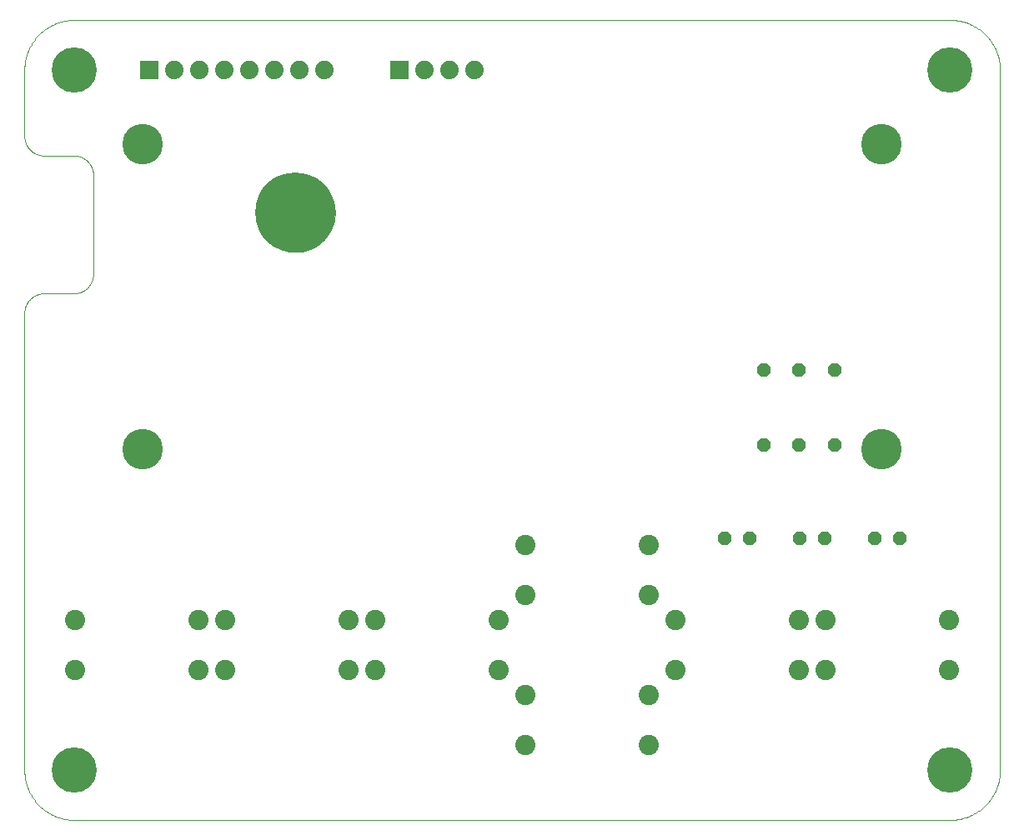
<source format=gts>
G75*
%MOIN*%
%OFA0B0*%
%FSLAX25Y25*%
%IPPOS*%
%LPD*%
%AMOC8*
5,1,8,0,0,1.08239X$1,22.5*
%
%ADD10C,0.00000*%
%ADD11C,0.16211*%
%ADD12C,0.31896*%
%ADD13C,0.08077*%
%ADD14R,0.07400X0.07400*%
%ADD15C,0.07400*%
%ADD16C,0.18117*%
%ADD17OC8,0.05600*%
D10*
X0063342Y0020985D02*
X0063342Y0204056D01*
X0063344Y0204246D01*
X0063351Y0204436D01*
X0063363Y0204626D01*
X0063379Y0204816D01*
X0063399Y0205005D01*
X0063425Y0205194D01*
X0063454Y0205382D01*
X0063489Y0205569D01*
X0063528Y0205755D01*
X0063571Y0205940D01*
X0063619Y0206125D01*
X0063671Y0206308D01*
X0063727Y0206489D01*
X0063788Y0206669D01*
X0063854Y0206848D01*
X0063923Y0207025D01*
X0063997Y0207201D01*
X0064075Y0207374D01*
X0064158Y0207546D01*
X0064244Y0207715D01*
X0064334Y0207883D01*
X0064429Y0208048D01*
X0064527Y0208211D01*
X0064630Y0208371D01*
X0064736Y0208529D01*
X0064846Y0208684D01*
X0064959Y0208837D01*
X0065077Y0208987D01*
X0065198Y0209133D01*
X0065322Y0209277D01*
X0065450Y0209418D01*
X0065581Y0209556D01*
X0065716Y0209691D01*
X0065854Y0209822D01*
X0065995Y0209950D01*
X0066139Y0210074D01*
X0066285Y0210195D01*
X0066435Y0210313D01*
X0066588Y0210426D01*
X0066743Y0210536D01*
X0066901Y0210642D01*
X0067061Y0210745D01*
X0067224Y0210843D01*
X0067389Y0210938D01*
X0067557Y0211028D01*
X0067726Y0211114D01*
X0067898Y0211197D01*
X0068071Y0211275D01*
X0068247Y0211349D01*
X0068424Y0211418D01*
X0068603Y0211484D01*
X0068783Y0211545D01*
X0068964Y0211601D01*
X0069147Y0211653D01*
X0069332Y0211701D01*
X0069517Y0211744D01*
X0069703Y0211783D01*
X0069890Y0211818D01*
X0070078Y0211847D01*
X0070267Y0211873D01*
X0070456Y0211893D01*
X0070646Y0211909D01*
X0070836Y0211921D01*
X0071026Y0211928D01*
X0071216Y0211930D01*
X0083027Y0211930D01*
X0083217Y0211932D01*
X0083407Y0211939D01*
X0083597Y0211951D01*
X0083787Y0211967D01*
X0083976Y0211987D01*
X0084165Y0212013D01*
X0084353Y0212042D01*
X0084540Y0212077D01*
X0084726Y0212116D01*
X0084911Y0212159D01*
X0085096Y0212207D01*
X0085279Y0212259D01*
X0085460Y0212315D01*
X0085640Y0212376D01*
X0085819Y0212442D01*
X0085996Y0212511D01*
X0086172Y0212585D01*
X0086345Y0212663D01*
X0086517Y0212746D01*
X0086686Y0212832D01*
X0086854Y0212922D01*
X0087019Y0213017D01*
X0087182Y0213115D01*
X0087342Y0213218D01*
X0087500Y0213324D01*
X0087655Y0213434D01*
X0087808Y0213547D01*
X0087958Y0213665D01*
X0088104Y0213786D01*
X0088248Y0213910D01*
X0088389Y0214038D01*
X0088527Y0214169D01*
X0088662Y0214304D01*
X0088793Y0214442D01*
X0088921Y0214583D01*
X0089045Y0214727D01*
X0089166Y0214873D01*
X0089284Y0215023D01*
X0089397Y0215176D01*
X0089507Y0215331D01*
X0089613Y0215489D01*
X0089716Y0215649D01*
X0089814Y0215812D01*
X0089909Y0215977D01*
X0089999Y0216145D01*
X0090085Y0216314D01*
X0090168Y0216486D01*
X0090246Y0216659D01*
X0090320Y0216835D01*
X0090389Y0217012D01*
X0090455Y0217191D01*
X0090516Y0217371D01*
X0090572Y0217552D01*
X0090624Y0217735D01*
X0090672Y0217920D01*
X0090715Y0218105D01*
X0090754Y0218291D01*
X0090789Y0218478D01*
X0090818Y0218666D01*
X0090844Y0218855D01*
X0090864Y0219044D01*
X0090880Y0219234D01*
X0090892Y0219424D01*
X0090899Y0219614D01*
X0090901Y0219804D01*
X0090901Y0259174D01*
X0090899Y0259364D01*
X0090892Y0259554D01*
X0090880Y0259744D01*
X0090864Y0259934D01*
X0090844Y0260123D01*
X0090818Y0260312D01*
X0090789Y0260500D01*
X0090754Y0260687D01*
X0090715Y0260873D01*
X0090672Y0261058D01*
X0090624Y0261243D01*
X0090572Y0261426D01*
X0090516Y0261607D01*
X0090455Y0261787D01*
X0090389Y0261966D01*
X0090320Y0262143D01*
X0090246Y0262319D01*
X0090168Y0262492D01*
X0090085Y0262664D01*
X0089999Y0262833D01*
X0089909Y0263001D01*
X0089814Y0263166D01*
X0089716Y0263329D01*
X0089613Y0263489D01*
X0089507Y0263647D01*
X0089397Y0263802D01*
X0089284Y0263955D01*
X0089166Y0264105D01*
X0089045Y0264251D01*
X0088921Y0264395D01*
X0088793Y0264536D01*
X0088662Y0264674D01*
X0088527Y0264809D01*
X0088389Y0264940D01*
X0088248Y0265068D01*
X0088104Y0265192D01*
X0087958Y0265313D01*
X0087808Y0265431D01*
X0087655Y0265544D01*
X0087500Y0265654D01*
X0087342Y0265760D01*
X0087182Y0265863D01*
X0087019Y0265961D01*
X0086854Y0266056D01*
X0086686Y0266146D01*
X0086517Y0266232D01*
X0086345Y0266315D01*
X0086172Y0266393D01*
X0085996Y0266467D01*
X0085819Y0266536D01*
X0085640Y0266602D01*
X0085460Y0266663D01*
X0085279Y0266719D01*
X0085096Y0266771D01*
X0084911Y0266819D01*
X0084726Y0266862D01*
X0084540Y0266901D01*
X0084353Y0266936D01*
X0084165Y0266965D01*
X0083976Y0266991D01*
X0083787Y0267011D01*
X0083597Y0267027D01*
X0083407Y0267039D01*
X0083217Y0267046D01*
X0083027Y0267048D01*
X0071216Y0267048D01*
X0071026Y0267050D01*
X0070836Y0267057D01*
X0070646Y0267069D01*
X0070456Y0267085D01*
X0070267Y0267105D01*
X0070078Y0267131D01*
X0069890Y0267160D01*
X0069703Y0267195D01*
X0069517Y0267234D01*
X0069332Y0267277D01*
X0069147Y0267325D01*
X0068964Y0267377D01*
X0068783Y0267433D01*
X0068603Y0267494D01*
X0068424Y0267560D01*
X0068247Y0267629D01*
X0068071Y0267703D01*
X0067898Y0267781D01*
X0067726Y0267864D01*
X0067557Y0267950D01*
X0067389Y0268040D01*
X0067224Y0268135D01*
X0067061Y0268233D01*
X0066901Y0268336D01*
X0066743Y0268442D01*
X0066588Y0268552D01*
X0066435Y0268665D01*
X0066285Y0268783D01*
X0066139Y0268904D01*
X0065995Y0269028D01*
X0065854Y0269156D01*
X0065716Y0269287D01*
X0065581Y0269422D01*
X0065450Y0269560D01*
X0065322Y0269701D01*
X0065198Y0269845D01*
X0065077Y0269991D01*
X0064959Y0270141D01*
X0064846Y0270294D01*
X0064736Y0270449D01*
X0064630Y0270607D01*
X0064527Y0270767D01*
X0064429Y0270930D01*
X0064334Y0271095D01*
X0064244Y0271263D01*
X0064158Y0271432D01*
X0064075Y0271604D01*
X0063997Y0271777D01*
X0063923Y0271953D01*
X0063854Y0272130D01*
X0063788Y0272309D01*
X0063727Y0272489D01*
X0063671Y0272670D01*
X0063619Y0272853D01*
X0063571Y0273038D01*
X0063528Y0273223D01*
X0063489Y0273409D01*
X0063454Y0273596D01*
X0063425Y0273784D01*
X0063399Y0273973D01*
X0063379Y0274162D01*
X0063363Y0274352D01*
X0063351Y0274542D01*
X0063344Y0274732D01*
X0063342Y0274922D01*
X0063342Y0301300D01*
X0063348Y0301783D01*
X0063365Y0302266D01*
X0063395Y0302749D01*
X0063435Y0303230D01*
X0063488Y0303711D01*
X0063552Y0304190D01*
X0063627Y0304667D01*
X0063715Y0305143D01*
X0063813Y0305616D01*
X0063923Y0306086D01*
X0064044Y0306554D01*
X0064177Y0307019D01*
X0064321Y0307480D01*
X0064476Y0307938D01*
X0064642Y0308392D01*
X0064819Y0308842D01*
X0065006Y0309287D01*
X0065205Y0309728D01*
X0065413Y0310164D01*
X0065633Y0310594D01*
X0065863Y0311020D01*
X0066103Y0311439D01*
X0066353Y0311853D01*
X0066613Y0312260D01*
X0066882Y0312661D01*
X0067162Y0313056D01*
X0067450Y0313443D01*
X0067749Y0313824D01*
X0068056Y0314197D01*
X0068372Y0314562D01*
X0068697Y0314920D01*
X0069030Y0315270D01*
X0069372Y0315612D01*
X0069722Y0315945D01*
X0070080Y0316270D01*
X0070445Y0316586D01*
X0070818Y0316893D01*
X0071199Y0317192D01*
X0071586Y0317480D01*
X0071981Y0317760D01*
X0072382Y0318029D01*
X0072789Y0318289D01*
X0073203Y0318539D01*
X0073622Y0318779D01*
X0074048Y0319009D01*
X0074478Y0319229D01*
X0074914Y0319437D01*
X0075355Y0319636D01*
X0075800Y0319823D01*
X0076250Y0320000D01*
X0076704Y0320166D01*
X0077162Y0320321D01*
X0077623Y0320465D01*
X0078088Y0320598D01*
X0078556Y0320719D01*
X0079026Y0320829D01*
X0079499Y0320927D01*
X0079975Y0321015D01*
X0080452Y0321090D01*
X0080931Y0321154D01*
X0081412Y0321207D01*
X0081893Y0321247D01*
X0082376Y0321277D01*
X0082859Y0321294D01*
X0083342Y0321300D01*
X0433342Y0321300D01*
X0433825Y0321294D01*
X0434308Y0321277D01*
X0434791Y0321247D01*
X0435272Y0321207D01*
X0435753Y0321154D01*
X0436232Y0321090D01*
X0436709Y0321015D01*
X0437185Y0320927D01*
X0437658Y0320829D01*
X0438128Y0320719D01*
X0438596Y0320598D01*
X0439061Y0320465D01*
X0439522Y0320321D01*
X0439980Y0320166D01*
X0440434Y0320000D01*
X0440884Y0319823D01*
X0441329Y0319636D01*
X0441770Y0319437D01*
X0442206Y0319229D01*
X0442636Y0319009D01*
X0443062Y0318779D01*
X0443481Y0318539D01*
X0443895Y0318289D01*
X0444302Y0318029D01*
X0444703Y0317760D01*
X0445098Y0317480D01*
X0445485Y0317192D01*
X0445866Y0316893D01*
X0446239Y0316586D01*
X0446604Y0316270D01*
X0446962Y0315945D01*
X0447312Y0315612D01*
X0447654Y0315270D01*
X0447987Y0314920D01*
X0448312Y0314562D01*
X0448628Y0314197D01*
X0448935Y0313824D01*
X0449234Y0313443D01*
X0449522Y0313056D01*
X0449802Y0312661D01*
X0450071Y0312260D01*
X0450331Y0311853D01*
X0450581Y0311439D01*
X0450821Y0311020D01*
X0451051Y0310594D01*
X0451271Y0310164D01*
X0451479Y0309728D01*
X0451678Y0309287D01*
X0451865Y0308842D01*
X0452042Y0308392D01*
X0452208Y0307938D01*
X0452363Y0307480D01*
X0452507Y0307019D01*
X0452640Y0306554D01*
X0452761Y0306086D01*
X0452871Y0305616D01*
X0452969Y0305143D01*
X0453057Y0304667D01*
X0453132Y0304190D01*
X0453196Y0303711D01*
X0453249Y0303230D01*
X0453289Y0302749D01*
X0453319Y0302266D01*
X0453336Y0301783D01*
X0453342Y0301300D01*
X0453342Y0021300D01*
X0453336Y0020817D01*
X0453319Y0020334D01*
X0453289Y0019851D01*
X0453249Y0019370D01*
X0453196Y0018889D01*
X0453132Y0018410D01*
X0453057Y0017933D01*
X0452969Y0017457D01*
X0452871Y0016984D01*
X0452761Y0016514D01*
X0452640Y0016046D01*
X0452507Y0015581D01*
X0452363Y0015120D01*
X0452208Y0014662D01*
X0452042Y0014208D01*
X0451865Y0013758D01*
X0451678Y0013313D01*
X0451479Y0012872D01*
X0451271Y0012436D01*
X0451051Y0012006D01*
X0450821Y0011580D01*
X0450581Y0011161D01*
X0450331Y0010747D01*
X0450071Y0010340D01*
X0449802Y0009939D01*
X0449522Y0009544D01*
X0449234Y0009157D01*
X0448935Y0008776D01*
X0448628Y0008403D01*
X0448312Y0008038D01*
X0447987Y0007680D01*
X0447654Y0007330D01*
X0447312Y0006988D01*
X0446962Y0006655D01*
X0446604Y0006330D01*
X0446239Y0006014D01*
X0445866Y0005707D01*
X0445485Y0005408D01*
X0445098Y0005120D01*
X0444703Y0004840D01*
X0444302Y0004571D01*
X0443895Y0004311D01*
X0443481Y0004061D01*
X0443062Y0003821D01*
X0442636Y0003591D01*
X0442206Y0003371D01*
X0441770Y0003163D01*
X0441329Y0002964D01*
X0440884Y0002777D01*
X0440434Y0002600D01*
X0439980Y0002434D01*
X0439522Y0002279D01*
X0439061Y0002135D01*
X0438596Y0002002D01*
X0438128Y0001881D01*
X0437658Y0001771D01*
X0437185Y0001673D01*
X0436709Y0001585D01*
X0436232Y0001510D01*
X0435753Y0001446D01*
X0435272Y0001393D01*
X0434791Y0001353D01*
X0434308Y0001323D01*
X0433825Y0001306D01*
X0433342Y0001300D01*
X0083342Y0001300D01*
X0082859Y0001306D01*
X0082376Y0001323D01*
X0081893Y0001353D01*
X0081412Y0001393D01*
X0080931Y0001446D01*
X0080452Y0001510D01*
X0079975Y0001585D01*
X0079499Y0001673D01*
X0079026Y0001771D01*
X0078556Y0001881D01*
X0078088Y0002002D01*
X0077623Y0002135D01*
X0077162Y0002279D01*
X0076704Y0002434D01*
X0076250Y0002600D01*
X0075800Y0002777D01*
X0075355Y0002964D01*
X0074914Y0003163D01*
X0074478Y0003371D01*
X0074048Y0003591D01*
X0073622Y0003821D01*
X0073203Y0004061D01*
X0072789Y0004311D01*
X0072382Y0004571D01*
X0071981Y0004840D01*
X0071586Y0005120D01*
X0071199Y0005408D01*
X0070818Y0005707D01*
X0070445Y0006014D01*
X0070080Y0006330D01*
X0069722Y0006655D01*
X0069372Y0006988D01*
X0069030Y0007330D01*
X0068697Y0007680D01*
X0068372Y0008038D01*
X0068056Y0008403D01*
X0067749Y0008776D01*
X0067450Y0009157D01*
X0067162Y0009544D01*
X0066882Y0009939D01*
X0066613Y0010340D01*
X0066353Y0010747D01*
X0066103Y0011161D01*
X0065863Y0011580D01*
X0065633Y0012006D01*
X0065413Y0012436D01*
X0065205Y0012872D01*
X0065006Y0013313D01*
X0064819Y0013758D01*
X0064642Y0014208D01*
X0064476Y0014662D01*
X0064321Y0015120D01*
X0064177Y0015581D01*
X0064044Y0016046D01*
X0063923Y0016514D01*
X0063813Y0016984D01*
X0063715Y0017457D01*
X0063627Y0017933D01*
X0063552Y0018410D01*
X0063488Y0018889D01*
X0063435Y0019370D01*
X0063395Y0019851D01*
X0063365Y0020334D01*
X0063348Y0020817D01*
X0063342Y0021300D01*
X0155980Y0244233D02*
X0155985Y0244619D01*
X0155999Y0245006D01*
X0156023Y0245391D01*
X0156056Y0245777D01*
X0156098Y0246161D01*
X0156150Y0246544D01*
X0156212Y0246925D01*
X0156283Y0247305D01*
X0156363Y0247683D01*
X0156452Y0248059D01*
X0156550Y0248433D01*
X0156658Y0248804D01*
X0156775Y0249173D01*
X0156901Y0249538D01*
X0157035Y0249901D01*
X0157179Y0250259D01*
X0157331Y0250615D01*
X0157492Y0250966D01*
X0157662Y0251313D01*
X0157840Y0251657D01*
X0158026Y0251995D01*
X0158220Y0252329D01*
X0158423Y0252658D01*
X0158634Y0252982D01*
X0158853Y0253301D01*
X0159079Y0253614D01*
X0159313Y0253922D01*
X0159555Y0254223D01*
X0159803Y0254519D01*
X0160060Y0254809D01*
X0160323Y0255092D01*
X0160592Y0255369D01*
X0160869Y0255638D01*
X0161152Y0255901D01*
X0161442Y0256158D01*
X0161738Y0256406D01*
X0162039Y0256648D01*
X0162347Y0256882D01*
X0162660Y0257108D01*
X0162979Y0257327D01*
X0163303Y0257538D01*
X0163632Y0257741D01*
X0163966Y0257935D01*
X0164304Y0258121D01*
X0164648Y0258299D01*
X0164995Y0258469D01*
X0165346Y0258630D01*
X0165702Y0258782D01*
X0166060Y0258926D01*
X0166423Y0259060D01*
X0166788Y0259186D01*
X0167157Y0259303D01*
X0167528Y0259411D01*
X0167902Y0259509D01*
X0168278Y0259598D01*
X0168656Y0259678D01*
X0169036Y0259749D01*
X0169417Y0259811D01*
X0169800Y0259863D01*
X0170184Y0259905D01*
X0170570Y0259938D01*
X0170955Y0259962D01*
X0171342Y0259976D01*
X0171728Y0259981D01*
X0172114Y0259976D01*
X0172501Y0259962D01*
X0172886Y0259938D01*
X0173272Y0259905D01*
X0173656Y0259863D01*
X0174039Y0259811D01*
X0174420Y0259749D01*
X0174800Y0259678D01*
X0175178Y0259598D01*
X0175554Y0259509D01*
X0175928Y0259411D01*
X0176299Y0259303D01*
X0176668Y0259186D01*
X0177033Y0259060D01*
X0177396Y0258926D01*
X0177754Y0258782D01*
X0178110Y0258630D01*
X0178461Y0258469D01*
X0178808Y0258299D01*
X0179152Y0258121D01*
X0179490Y0257935D01*
X0179824Y0257741D01*
X0180153Y0257538D01*
X0180477Y0257327D01*
X0180796Y0257108D01*
X0181109Y0256882D01*
X0181417Y0256648D01*
X0181718Y0256406D01*
X0182014Y0256158D01*
X0182304Y0255901D01*
X0182587Y0255638D01*
X0182864Y0255369D01*
X0183133Y0255092D01*
X0183396Y0254809D01*
X0183653Y0254519D01*
X0183901Y0254223D01*
X0184143Y0253922D01*
X0184377Y0253614D01*
X0184603Y0253301D01*
X0184822Y0252982D01*
X0185033Y0252658D01*
X0185236Y0252329D01*
X0185430Y0251995D01*
X0185616Y0251657D01*
X0185794Y0251313D01*
X0185964Y0250966D01*
X0186125Y0250615D01*
X0186277Y0250259D01*
X0186421Y0249901D01*
X0186555Y0249538D01*
X0186681Y0249173D01*
X0186798Y0248804D01*
X0186906Y0248433D01*
X0187004Y0248059D01*
X0187093Y0247683D01*
X0187173Y0247305D01*
X0187244Y0246925D01*
X0187306Y0246544D01*
X0187358Y0246161D01*
X0187400Y0245777D01*
X0187433Y0245391D01*
X0187457Y0245006D01*
X0187471Y0244619D01*
X0187476Y0244233D01*
X0187471Y0243847D01*
X0187457Y0243460D01*
X0187433Y0243075D01*
X0187400Y0242689D01*
X0187358Y0242305D01*
X0187306Y0241922D01*
X0187244Y0241541D01*
X0187173Y0241161D01*
X0187093Y0240783D01*
X0187004Y0240407D01*
X0186906Y0240033D01*
X0186798Y0239662D01*
X0186681Y0239293D01*
X0186555Y0238928D01*
X0186421Y0238565D01*
X0186277Y0238207D01*
X0186125Y0237851D01*
X0185964Y0237500D01*
X0185794Y0237153D01*
X0185616Y0236809D01*
X0185430Y0236471D01*
X0185236Y0236137D01*
X0185033Y0235808D01*
X0184822Y0235484D01*
X0184603Y0235165D01*
X0184377Y0234852D01*
X0184143Y0234544D01*
X0183901Y0234243D01*
X0183653Y0233947D01*
X0183396Y0233657D01*
X0183133Y0233374D01*
X0182864Y0233097D01*
X0182587Y0232828D01*
X0182304Y0232565D01*
X0182014Y0232308D01*
X0181718Y0232060D01*
X0181417Y0231818D01*
X0181109Y0231584D01*
X0180796Y0231358D01*
X0180477Y0231139D01*
X0180153Y0230928D01*
X0179824Y0230725D01*
X0179490Y0230531D01*
X0179152Y0230345D01*
X0178808Y0230167D01*
X0178461Y0229997D01*
X0178110Y0229836D01*
X0177754Y0229684D01*
X0177396Y0229540D01*
X0177033Y0229406D01*
X0176668Y0229280D01*
X0176299Y0229163D01*
X0175928Y0229055D01*
X0175554Y0228957D01*
X0175178Y0228868D01*
X0174800Y0228788D01*
X0174420Y0228717D01*
X0174039Y0228655D01*
X0173656Y0228603D01*
X0173272Y0228561D01*
X0172886Y0228528D01*
X0172501Y0228504D01*
X0172114Y0228490D01*
X0171728Y0228485D01*
X0171342Y0228490D01*
X0170955Y0228504D01*
X0170570Y0228528D01*
X0170184Y0228561D01*
X0169800Y0228603D01*
X0169417Y0228655D01*
X0169036Y0228717D01*
X0168656Y0228788D01*
X0168278Y0228868D01*
X0167902Y0228957D01*
X0167528Y0229055D01*
X0167157Y0229163D01*
X0166788Y0229280D01*
X0166423Y0229406D01*
X0166060Y0229540D01*
X0165702Y0229684D01*
X0165346Y0229836D01*
X0164995Y0229997D01*
X0164648Y0230167D01*
X0164304Y0230345D01*
X0163966Y0230531D01*
X0163632Y0230725D01*
X0163303Y0230928D01*
X0162979Y0231139D01*
X0162660Y0231358D01*
X0162347Y0231584D01*
X0162039Y0231818D01*
X0161738Y0232060D01*
X0161442Y0232308D01*
X0161152Y0232565D01*
X0160869Y0232828D01*
X0160592Y0233097D01*
X0160323Y0233374D01*
X0160060Y0233657D01*
X0159803Y0233947D01*
X0159555Y0234243D01*
X0159313Y0234544D01*
X0159079Y0234852D01*
X0158853Y0235165D01*
X0158634Y0235484D01*
X0158423Y0235808D01*
X0158220Y0236137D01*
X0158026Y0236471D01*
X0157840Y0236809D01*
X0157662Y0237153D01*
X0157492Y0237500D01*
X0157331Y0237851D01*
X0157179Y0238207D01*
X0157035Y0238565D01*
X0156901Y0238928D01*
X0156775Y0239293D01*
X0156658Y0239662D01*
X0156550Y0240033D01*
X0156452Y0240407D01*
X0156363Y0240783D01*
X0156283Y0241161D01*
X0156212Y0241541D01*
X0156150Y0241922D01*
X0156098Y0242305D01*
X0156056Y0242689D01*
X0156023Y0243075D01*
X0155999Y0243460D01*
X0155985Y0243847D01*
X0155980Y0244233D01*
D11*
X0110704Y0271792D03*
X0110704Y0149745D03*
X0405980Y0149745D03*
X0405980Y0271792D03*
D12*
X0171728Y0244233D03*
D13*
X0263736Y0111143D03*
X0263736Y0091457D03*
X0252948Y0081143D03*
X0252948Y0061457D03*
X0263736Y0051143D03*
X0263736Y0031457D03*
X0312948Y0031457D03*
X0312948Y0051143D03*
X0323736Y0061457D03*
X0323736Y0081143D03*
X0312948Y0091457D03*
X0312948Y0111143D03*
X0372948Y0081143D03*
X0383736Y0081143D03*
X0383736Y0061457D03*
X0372948Y0061457D03*
X0432948Y0061457D03*
X0432948Y0081143D03*
X0203736Y0081143D03*
X0192948Y0081143D03*
X0192948Y0061457D03*
X0203736Y0061457D03*
X0143736Y0061457D03*
X0132948Y0061457D03*
X0132948Y0081143D03*
X0143736Y0081143D03*
X0083736Y0081143D03*
X0083736Y0061457D03*
D14*
X0113342Y0301300D03*
X0213342Y0301300D03*
D15*
X0223342Y0301300D03*
X0233342Y0301300D03*
X0243342Y0301300D03*
X0183342Y0301300D03*
X0173342Y0301300D03*
X0163342Y0301300D03*
X0153342Y0301300D03*
X0143342Y0301300D03*
X0133342Y0301300D03*
X0123342Y0301300D03*
D16*
X0083342Y0301300D03*
X0083342Y0021300D03*
X0433342Y0021300D03*
X0433342Y0301300D03*
D17*
X0387161Y0181143D03*
X0373066Y0181143D03*
X0358972Y0181143D03*
X0358972Y0151143D03*
X0373066Y0151143D03*
X0387161Y0151143D03*
X0383342Y0113800D03*
X0373342Y0113800D03*
X0353342Y0113800D03*
X0343342Y0113800D03*
X0403342Y0113800D03*
X0413342Y0113800D03*
M02*

</source>
